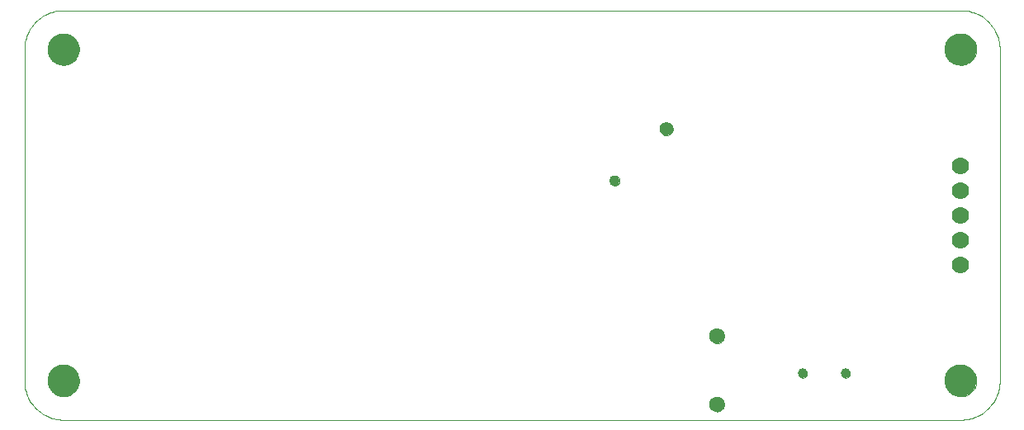
<source format=gbs>
G75*
G70*
%OFA0B0*%
%FSLAX24Y24*%
%IPPOS*%
%LPD*%
%AMOC8*
5,1,8,0,0,1.08239X$1,22.5*
%
%ADD10C,0.0000*%
%ADD11C,0.1300*%
%ADD12C,0.0434*%
%ADD13C,0.0552*%
%ADD14C,0.0394*%
%ADD15C,0.0700*%
%ADD16C,0.0631*%
D10*
X001725Y000937D02*
X037945Y000937D01*
X037315Y002512D02*
X037317Y002562D01*
X037323Y002612D01*
X037333Y002661D01*
X037347Y002709D01*
X037364Y002756D01*
X037385Y002801D01*
X037410Y002845D01*
X037438Y002886D01*
X037470Y002925D01*
X037504Y002962D01*
X037541Y002996D01*
X037581Y003026D01*
X037623Y003053D01*
X037667Y003077D01*
X037713Y003098D01*
X037760Y003114D01*
X037808Y003127D01*
X037858Y003136D01*
X037907Y003141D01*
X037958Y003142D01*
X038008Y003139D01*
X038057Y003132D01*
X038106Y003121D01*
X038154Y003106D01*
X038200Y003088D01*
X038245Y003066D01*
X038288Y003040D01*
X038329Y003011D01*
X038368Y002979D01*
X038404Y002944D01*
X038436Y002906D01*
X038466Y002866D01*
X038493Y002823D01*
X038516Y002779D01*
X038535Y002733D01*
X038551Y002685D01*
X038563Y002636D01*
X038571Y002587D01*
X038575Y002537D01*
X038575Y002487D01*
X038571Y002437D01*
X038563Y002388D01*
X038551Y002339D01*
X038535Y002291D01*
X038516Y002245D01*
X038493Y002201D01*
X038466Y002158D01*
X038436Y002118D01*
X038404Y002080D01*
X038368Y002045D01*
X038329Y002013D01*
X038288Y001984D01*
X038245Y001958D01*
X038200Y001936D01*
X038154Y001918D01*
X038106Y001903D01*
X038057Y001892D01*
X038008Y001885D01*
X037958Y001882D01*
X037907Y001883D01*
X037858Y001888D01*
X037808Y001897D01*
X037760Y001910D01*
X037713Y001926D01*
X037667Y001947D01*
X037623Y001971D01*
X037581Y001998D01*
X037541Y002028D01*
X037504Y002062D01*
X037470Y002099D01*
X037438Y002138D01*
X037410Y002179D01*
X037385Y002223D01*
X037364Y002268D01*
X037347Y002315D01*
X037333Y002363D01*
X037323Y002412D01*
X037317Y002462D01*
X037315Y002512D01*
X037945Y000937D02*
X038022Y000939D01*
X038099Y000945D01*
X038176Y000954D01*
X038252Y000967D01*
X038328Y000984D01*
X038402Y001005D01*
X038476Y001029D01*
X038548Y001057D01*
X038618Y001088D01*
X038687Y001123D01*
X038755Y001161D01*
X038820Y001202D01*
X038883Y001247D01*
X038944Y001295D01*
X039003Y001345D01*
X039059Y001398D01*
X039112Y001454D01*
X039162Y001513D01*
X039210Y001574D01*
X039255Y001637D01*
X039296Y001702D01*
X039334Y001770D01*
X039369Y001839D01*
X039400Y001909D01*
X039428Y001981D01*
X039452Y002055D01*
X039473Y002129D01*
X039490Y002205D01*
X039503Y002281D01*
X039512Y002358D01*
X039518Y002435D01*
X039520Y002512D01*
X039520Y015898D01*
X037315Y015898D02*
X037317Y015948D01*
X037323Y015998D01*
X037333Y016047D01*
X037347Y016095D01*
X037364Y016142D01*
X037385Y016187D01*
X037410Y016231D01*
X037438Y016272D01*
X037470Y016311D01*
X037504Y016348D01*
X037541Y016382D01*
X037581Y016412D01*
X037623Y016439D01*
X037667Y016463D01*
X037713Y016484D01*
X037760Y016500D01*
X037808Y016513D01*
X037858Y016522D01*
X037907Y016527D01*
X037958Y016528D01*
X038008Y016525D01*
X038057Y016518D01*
X038106Y016507D01*
X038154Y016492D01*
X038200Y016474D01*
X038245Y016452D01*
X038288Y016426D01*
X038329Y016397D01*
X038368Y016365D01*
X038404Y016330D01*
X038436Y016292D01*
X038466Y016252D01*
X038493Y016209D01*
X038516Y016165D01*
X038535Y016119D01*
X038551Y016071D01*
X038563Y016022D01*
X038571Y015973D01*
X038575Y015923D01*
X038575Y015873D01*
X038571Y015823D01*
X038563Y015774D01*
X038551Y015725D01*
X038535Y015677D01*
X038516Y015631D01*
X038493Y015587D01*
X038466Y015544D01*
X038436Y015504D01*
X038404Y015466D01*
X038368Y015431D01*
X038329Y015399D01*
X038288Y015370D01*
X038245Y015344D01*
X038200Y015322D01*
X038154Y015304D01*
X038106Y015289D01*
X038057Y015278D01*
X038008Y015271D01*
X037958Y015268D01*
X037907Y015269D01*
X037858Y015274D01*
X037808Y015283D01*
X037760Y015296D01*
X037713Y015312D01*
X037667Y015333D01*
X037623Y015357D01*
X037581Y015384D01*
X037541Y015414D01*
X037504Y015448D01*
X037470Y015485D01*
X037438Y015524D01*
X037410Y015565D01*
X037385Y015609D01*
X037364Y015654D01*
X037347Y015701D01*
X037333Y015749D01*
X037323Y015798D01*
X037317Y015848D01*
X037315Y015898D01*
X037945Y017473D02*
X038022Y017471D01*
X038099Y017465D01*
X038176Y017456D01*
X038252Y017443D01*
X038328Y017426D01*
X038402Y017405D01*
X038476Y017381D01*
X038548Y017353D01*
X038618Y017322D01*
X038687Y017287D01*
X038755Y017249D01*
X038820Y017208D01*
X038883Y017163D01*
X038944Y017115D01*
X039003Y017065D01*
X039059Y017012D01*
X039112Y016956D01*
X039162Y016897D01*
X039210Y016836D01*
X039255Y016773D01*
X039296Y016708D01*
X039334Y016640D01*
X039369Y016571D01*
X039400Y016501D01*
X039428Y016429D01*
X039452Y016355D01*
X039473Y016281D01*
X039490Y016205D01*
X039503Y016129D01*
X039512Y016052D01*
X039518Y015975D01*
X039520Y015898D01*
X037945Y017473D02*
X001725Y017473D01*
X001095Y015898D02*
X001097Y015948D01*
X001103Y015998D01*
X001113Y016047D01*
X001127Y016095D01*
X001144Y016142D01*
X001165Y016187D01*
X001190Y016231D01*
X001218Y016272D01*
X001250Y016311D01*
X001284Y016348D01*
X001321Y016382D01*
X001361Y016412D01*
X001403Y016439D01*
X001447Y016463D01*
X001493Y016484D01*
X001540Y016500D01*
X001588Y016513D01*
X001638Y016522D01*
X001687Y016527D01*
X001738Y016528D01*
X001788Y016525D01*
X001837Y016518D01*
X001886Y016507D01*
X001934Y016492D01*
X001980Y016474D01*
X002025Y016452D01*
X002068Y016426D01*
X002109Y016397D01*
X002148Y016365D01*
X002184Y016330D01*
X002216Y016292D01*
X002246Y016252D01*
X002273Y016209D01*
X002296Y016165D01*
X002315Y016119D01*
X002331Y016071D01*
X002343Y016022D01*
X002351Y015973D01*
X002355Y015923D01*
X002355Y015873D01*
X002351Y015823D01*
X002343Y015774D01*
X002331Y015725D01*
X002315Y015677D01*
X002296Y015631D01*
X002273Y015587D01*
X002246Y015544D01*
X002216Y015504D01*
X002184Y015466D01*
X002148Y015431D01*
X002109Y015399D01*
X002068Y015370D01*
X002025Y015344D01*
X001980Y015322D01*
X001934Y015304D01*
X001886Y015289D01*
X001837Y015278D01*
X001788Y015271D01*
X001738Y015268D01*
X001687Y015269D01*
X001638Y015274D01*
X001588Y015283D01*
X001540Y015296D01*
X001493Y015312D01*
X001447Y015333D01*
X001403Y015357D01*
X001361Y015384D01*
X001321Y015414D01*
X001284Y015448D01*
X001250Y015485D01*
X001218Y015524D01*
X001190Y015565D01*
X001165Y015609D01*
X001144Y015654D01*
X001127Y015701D01*
X001113Y015749D01*
X001103Y015798D01*
X001097Y015848D01*
X001095Y015898D01*
X000150Y015898D02*
X000152Y015975D01*
X000158Y016052D01*
X000167Y016129D01*
X000180Y016205D01*
X000197Y016281D01*
X000218Y016355D01*
X000242Y016429D01*
X000270Y016501D01*
X000301Y016571D01*
X000336Y016640D01*
X000374Y016708D01*
X000415Y016773D01*
X000460Y016836D01*
X000508Y016897D01*
X000558Y016956D01*
X000611Y017012D01*
X000667Y017065D01*
X000726Y017115D01*
X000787Y017163D01*
X000850Y017208D01*
X000915Y017249D01*
X000983Y017287D01*
X001052Y017322D01*
X001122Y017353D01*
X001194Y017381D01*
X001268Y017405D01*
X001342Y017426D01*
X001418Y017443D01*
X001494Y017456D01*
X001571Y017465D01*
X001648Y017471D01*
X001725Y017473D01*
X000150Y015898D02*
X000150Y002512D01*
X001095Y002512D02*
X001097Y002562D01*
X001103Y002612D01*
X001113Y002661D01*
X001127Y002709D01*
X001144Y002756D01*
X001165Y002801D01*
X001190Y002845D01*
X001218Y002886D01*
X001250Y002925D01*
X001284Y002962D01*
X001321Y002996D01*
X001361Y003026D01*
X001403Y003053D01*
X001447Y003077D01*
X001493Y003098D01*
X001540Y003114D01*
X001588Y003127D01*
X001638Y003136D01*
X001687Y003141D01*
X001738Y003142D01*
X001788Y003139D01*
X001837Y003132D01*
X001886Y003121D01*
X001934Y003106D01*
X001980Y003088D01*
X002025Y003066D01*
X002068Y003040D01*
X002109Y003011D01*
X002148Y002979D01*
X002184Y002944D01*
X002216Y002906D01*
X002246Y002866D01*
X002273Y002823D01*
X002296Y002779D01*
X002315Y002733D01*
X002331Y002685D01*
X002343Y002636D01*
X002351Y002587D01*
X002355Y002537D01*
X002355Y002487D01*
X002351Y002437D01*
X002343Y002388D01*
X002331Y002339D01*
X002315Y002291D01*
X002296Y002245D01*
X002273Y002201D01*
X002246Y002158D01*
X002216Y002118D01*
X002184Y002080D01*
X002148Y002045D01*
X002109Y002013D01*
X002068Y001984D01*
X002025Y001958D01*
X001980Y001936D01*
X001934Y001918D01*
X001886Y001903D01*
X001837Y001892D01*
X001788Y001885D01*
X001738Y001882D01*
X001687Y001883D01*
X001638Y001888D01*
X001588Y001897D01*
X001540Y001910D01*
X001493Y001926D01*
X001447Y001947D01*
X001403Y001971D01*
X001361Y001998D01*
X001321Y002028D01*
X001284Y002062D01*
X001250Y002099D01*
X001218Y002138D01*
X001190Y002179D01*
X001165Y002223D01*
X001144Y002268D01*
X001127Y002315D01*
X001113Y002363D01*
X001103Y002412D01*
X001097Y002462D01*
X001095Y002512D01*
X000150Y002512D02*
X000152Y002435D01*
X000158Y002358D01*
X000167Y002281D01*
X000180Y002205D01*
X000197Y002129D01*
X000218Y002055D01*
X000242Y001981D01*
X000270Y001909D01*
X000301Y001839D01*
X000336Y001770D01*
X000374Y001702D01*
X000415Y001637D01*
X000460Y001574D01*
X000508Y001513D01*
X000558Y001454D01*
X000611Y001398D01*
X000667Y001345D01*
X000726Y001295D01*
X000787Y001247D01*
X000850Y001202D01*
X000915Y001161D01*
X000983Y001123D01*
X001052Y001088D01*
X001122Y001057D01*
X001194Y001029D01*
X001268Y001005D01*
X001342Y000984D01*
X001418Y000967D01*
X001494Y000954D01*
X001571Y000945D01*
X001648Y000939D01*
X001725Y000937D01*
X023782Y010593D02*
X023784Y010620D01*
X023790Y010647D01*
X023799Y010673D01*
X023812Y010697D01*
X023828Y010720D01*
X023847Y010739D01*
X023869Y010756D01*
X023893Y010770D01*
X023918Y010780D01*
X023945Y010787D01*
X023972Y010790D01*
X024000Y010789D01*
X024027Y010784D01*
X024053Y010776D01*
X024077Y010764D01*
X024100Y010748D01*
X024121Y010730D01*
X024138Y010709D01*
X024153Y010685D01*
X024164Y010660D01*
X024172Y010634D01*
X024176Y010607D01*
X024176Y010579D01*
X024172Y010552D01*
X024164Y010526D01*
X024153Y010501D01*
X024138Y010477D01*
X024121Y010456D01*
X024100Y010438D01*
X024078Y010422D01*
X024053Y010410D01*
X024027Y010402D01*
X024000Y010397D01*
X023972Y010396D01*
X023945Y010399D01*
X023918Y010406D01*
X023893Y010416D01*
X023869Y010430D01*
X023847Y010447D01*
X023828Y010466D01*
X023812Y010489D01*
X023799Y010513D01*
X023790Y010539D01*
X023784Y010566D01*
X023782Y010593D01*
X025811Y012681D02*
X025813Y012712D01*
X025819Y012743D01*
X025828Y012773D01*
X025841Y012802D01*
X025858Y012829D01*
X025878Y012853D01*
X025900Y012875D01*
X025926Y012894D01*
X025953Y012910D01*
X025982Y012922D01*
X026012Y012931D01*
X026043Y012936D01*
X026075Y012937D01*
X026106Y012934D01*
X026137Y012927D01*
X026167Y012917D01*
X026195Y012903D01*
X026221Y012885D01*
X026245Y012865D01*
X026266Y012841D01*
X026285Y012816D01*
X026300Y012788D01*
X026311Y012759D01*
X026319Y012728D01*
X026323Y012697D01*
X026323Y012665D01*
X026319Y012634D01*
X026311Y012603D01*
X026300Y012574D01*
X026285Y012546D01*
X026266Y012521D01*
X026245Y012497D01*
X026221Y012477D01*
X026195Y012459D01*
X026167Y012445D01*
X026137Y012435D01*
X026106Y012428D01*
X026075Y012425D01*
X026043Y012426D01*
X026012Y012431D01*
X025982Y012440D01*
X025953Y012452D01*
X025926Y012468D01*
X025900Y012487D01*
X025878Y012509D01*
X025858Y012533D01*
X025841Y012560D01*
X025828Y012589D01*
X025819Y012619D01*
X025813Y012650D01*
X025811Y012681D01*
X027808Y004323D02*
X027810Y004357D01*
X027816Y004391D01*
X027826Y004424D01*
X027839Y004455D01*
X027857Y004485D01*
X027877Y004513D01*
X027901Y004538D01*
X027927Y004560D01*
X027955Y004578D01*
X027986Y004594D01*
X028018Y004606D01*
X028052Y004614D01*
X028086Y004618D01*
X028120Y004618D01*
X028154Y004614D01*
X028188Y004606D01*
X028220Y004594D01*
X028250Y004578D01*
X028279Y004560D01*
X028305Y004538D01*
X028329Y004513D01*
X028349Y004485D01*
X028367Y004455D01*
X028380Y004424D01*
X028390Y004391D01*
X028396Y004357D01*
X028398Y004323D01*
X028396Y004289D01*
X028390Y004255D01*
X028380Y004222D01*
X028367Y004191D01*
X028349Y004161D01*
X028329Y004133D01*
X028305Y004108D01*
X028279Y004086D01*
X028251Y004068D01*
X028220Y004052D01*
X028188Y004040D01*
X028154Y004032D01*
X028120Y004028D01*
X028086Y004028D01*
X028052Y004032D01*
X028018Y004040D01*
X027986Y004052D01*
X027955Y004068D01*
X027927Y004086D01*
X027901Y004108D01*
X027877Y004133D01*
X027857Y004161D01*
X027839Y004191D01*
X027826Y004222D01*
X027816Y004255D01*
X027810Y004289D01*
X027808Y004323D01*
X031390Y002807D02*
X031392Y002833D01*
X031398Y002859D01*
X031408Y002884D01*
X031421Y002907D01*
X031437Y002927D01*
X031457Y002945D01*
X031479Y002960D01*
X031502Y002972D01*
X031528Y002980D01*
X031554Y002984D01*
X031580Y002984D01*
X031606Y002980D01*
X031632Y002972D01*
X031656Y002960D01*
X031677Y002945D01*
X031697Y002927D01*
X031713Y002907D01*
X031726Y002884D01*
X031736Y002859D01*
X031742Y002833D01*
X031744Y002807D01*
X031742Y002781D01*
X031736Y002755D01*
X031726Y002730D01*
X031713Y002707D01*
X031697Y002687D01*
X031677Y002669D01*
X031655Y002654D01*
X031632Y002642D01*
X031606Y002634D01*
X031580Y002630D01*
X031554Y002630D01*
X031528Y002634D01*
X031502Y002642D01*
X031478Y002654D01*
X031457Y002669D01*
X031437Y002687D01*
X031421Y002707D01*
X031408Y002730D01*
X031398Y002755D01*
X031392Y002781D01*
X031390Y002807D01*
X033123Y002807D02*
X033125Y002833D01*
X033131Y002859D01*
X033141Y002884D01*
X033154Y002907D01*
X033170Y002927D01*
X033190Y002945D01*
X033212Y002960D01*
X033235Y002972D01*
X033261Y002980D01*
X033287Y002984D01*
X033313Y002984D01*
X033339Y002980D01*
X033365Y002972D01*
X033389Y002960D01*
X033410Y002945D01*
X033430Y002927D01*
X033446Y002907D01*
X033459Y002884D01*
X033469Y002859D01*
X033475Y002833D01*
X033477Y002807D01*
X033475Y002781D01*
X033469Y002755D01*
X033459Y002730D01*
X033446Y002707D01*
X033430Y002687D01*
X033410Y002669D01*
X033388Y002654D01*
X033365Y002642D01*
X033339Y002634D01*
X033313Y002630D01*
X033287Y002630D01*
X033261Y002634D01*
X033235Y002642D01*
X033211Y002654D01*
X033190Y002669D01*
X033170Y002687D01*
X033154Y002707D01*
X033141Y002730D01*
X033131Y002755D01*
X033125Y002781D01*
X033123Y002807D01*
X027808Y001567D02*
X027810Y001601D01*
X027816Y001635D01*
X027826Y001668D01*
X027839Y001699D01*
X027857Y001729D01*
X027877Y001757D01*
X027901Y001782D01*
X027927Y001804D01*
X027955Y001822D01*
X027986Y001838D01*
X028018Y001850D01*
X028052Y001858D01*
X028086Y001862D01*
X028120Y001862D01*
X028154Y001858D01*
X028188Y001850D01*
X028220Y001838D01*
X028250Y001822D01*
X028279Y001804D01*
X028305Y001782D01*
X028329Y001757D01*
X028349Y001729D01*
X028367Y001699D01*
X028380Y001668D01*
X028390Y001635D01*
X028396Y001601D01*
X028398Y001567D01*
X028396Y001533D01*
X028390Y001499D01*
X028380Y001466D01*
X028367Y001435D01*
X028349Y001405D01*
X028329Y001377D01*
X028305Y001352D01*
X028279Y001330D01*
X028251Y001312D01*
X028220Y001296D01*
X028188Y001284D01*
X028154Y001276D01*
X028120Y001272D01*
X028086Y001272D01*
X028052Y001276D01*
X028018Y001284D01*
X027986Y001296D01*
X027955Y001312D01*
X027927Y001330D01*
X027901Y001352D01*
X027877Y001377D01*
X027857Y001405D01*
X027839Y001435D01*
X027826Y001466D01*
X027816Y001499D01*
X027810Y001533D01*
X027808Y001567D01*
D11*
X037945Y002512D03*
X037945Y015898D03*
X001725Y015898D03*
X001725Y002512D03*
D12*
X023979Y010593D03*
D13*
X026067Y012681D03*
D14*
X031567Y002807D03*
X033300Y002807D03*
D15*
X037945Y007205D03*
X037945Y008205D03*
X037945Y009205D03*
X037945Y010205D03*
X037945Y011205D03*
D16*
X028103Y004323D03*
X028103Y001567D03*
M02*

</source>
